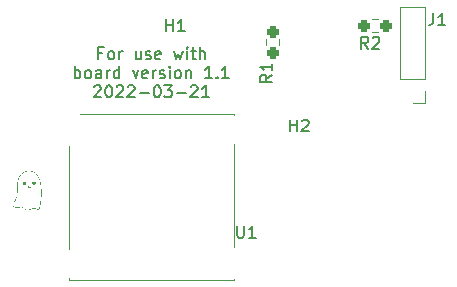
<source format=gto>
%TF.GenerationSoftware,KiCad,Pcbnew,(6.0.1)*%
%TF.CreationDate,2022-03-21T17:48:04-07:00*%
%TF.ProjectId,CStick,43537469-636b-42e6-9b69-6361645f7063,rev?*%
%TF.SameCoordinates,Original*%
%TF.FileFunction,Legend,Top*%
%TF.FilePolarity,Positive*%
%FSLAX46Y46*%
G04 Gerber Fmt 4.6, Leading zero omitted, Abs format (unit mm)*
G04 Created by KiCad (PCBNEW (6.0.1)) date 2022-03-21 17:48:04*
%MOMM*%
%LPD*%
G01*
G04 APERTURE LIST*
G04 Aperture macros list*
%AMRoundRect*
0 Rectangle with rounded corners*
0 $1 Rounding radius*
0 $2 $3 $4 $5 $6 $7 $8 $9 X,Y pos of 4 corners*
0 Add a 4 corners polygon primitive as box body*
4,1,4,$2,$3,$4,$5,$6,$7,$8,$9,$2,$3,0*
0 Add four circle primitives for the rounded corners*
1,1,$1+$1,$2,$3*
1,1,$1+$1,$4,$5*
1,1,$1+$1,$6,$7*
1,1,$1+$1,$8,$9*
0 Add four rect primitives between the rounded corners*
20,1,$1+$1,$2,$3,$4,$5,0*
20,1,$1+$1,$4,$5,$6,$7,0*
20,1,$1+$1,$6,$7,$8,$9,0*
20,1,$1+$1,$8,$9,$2,$3,0*%
%AMHorizOval*
0 Thick line with rounded ends*
0 $1 width*
0 $2 $3 position (X,Y) of the first rounded end (center of the circle)*
0 $4 $5 position (X,Y) of the second rounded end (center of the circle)*
0 Add line between two ends*
20,1,$1,$2,$3,$4,$5,0*
0 Add two circle primitives to create the rounded ends*
1,1,$1,$2,$3*
1,1,$1,$4,$5*%
G04 Aperture macros list end*
%ADD10C,0.150000*%
%ADD11C,0.120000*%
%ADD12C,0.100000*%
%ADD13RoundRect,0.237500X-0.237500X0.250000X-0.237500X-0.250000X0.237500X-0.250000X0.237500X0.250000X0*%
%ADD14C,1.800000*%
%ADD15RoundRect,0.237500X0.250000X0.237500X-0.250000X0.237500X-0.250000X-0.237500X0.250000X-0.237500X0*%
%ADD16C,5.200000*%
%ADD17R,1.350000X1.350000*%
%ADD18O,1.350000X1.350000*%
%ADD19C,1.600000*%
%ADD20O,1.600000X2.600000*%
%ADD21HorizOval,2.800000X-0.577898X0.161352X0.577898X-0.161352X0*%
%ADD22C,2.000000*%
%ADD23O,0.700000X2.000000*%
%ADD24O,0.800000X2.000000*%
%ADD25O,2.000000X0.800000*%
G04 APERTURE END LIST*
D10*
X145833333Y-87818571D02*
X145500000Y-87818571D01*
X145500000Y-88342380D02*
X145500000Y-87342380D01*
X145976190Y-87342380D01*
X146500000Y-88342380D02*
X146404761Y-88294761D01*
X146357142Y-88247142D01*
X146309523Y-88151904D01*
X146309523Y-87866190D01*
X146357142Y-87770952D01*
X146404761Y-87723333D01*
X146500000Y-87675714D01*
X146642857Y-87675714D01*
X146738095Y-87723333D01*
X146785714Y-87770952D01*
X146833333Y-87866190D01*
X146833333Y-88151904D01*
X146785714Y-88247142D01*
X146738095Y-88294761D01*
X146642857Y-88342380D01*
X146500000Y-88342380D01*
X147261904Y-88342380D02*
X147261904Y-87675714D01*
X147261904Y-87866190D02*
X147309523Y-87770952D01*
X147357142Y-87723333D01*
X147452380Y-87675714D01*
X147547619Y-87675714D01*
X149071428Y-87675714D02*
X149071428Y-88342380D01*
X148642857Y-87675714D02*
X148642857Y-88199523D01*
X148690476Y-88294761D01*
X148785714Y-88342380D01*
X148928571Y-88342380D01*
X149023809Y-88294761D01*
X149071428Y-88247142D01*
X149500000Y-88294761D02*
X149595238Y-88342380D01*
X149785714Y-88342380D01*
X149880952Y-88294761D01*
X149928571Y-88199523D01*
X149928571Y-88151904D01*
X149880952Y-88056666D01*
X149785714Y-88009047D01*
X149642857Y-88009047D01*
X149547619Y-87961428D01*
X149500000Y-87866190D01*
X149500000Y-87818571D01*
X149547619Y-87723333D01*
X149642857Y-87675714D01*
X149785714Y-87675714D01*
X149880952Y-87723333D01*
X150738095Y-88294761D02*
X150642857Y-88342380D01*
X150452380Y-88342380D01*
X150357142Y-88294761D01*
X150309523Y-88199523D01*
X150309523Y-87818571D01*
X150357142Y-87723333D01*
X150452380Y-87675714D01*
X150642857Y-87675714D01*
X150738095Y-87723333D01*
X150785714Y-87818571D01*
X150785714Y-87913809D01*
X150309523Y-88009047D01*
X151880952Y-87675714D02*
X152071428Y-88342380D01*
X152261904Y-87866190D01*
X152452380Y-88342380D01*
X152642857Y-87675714D01*
X153023809Y-88342380D02*
X153023809Y-87675714D01*
X153023809Y-87342380D02*
X152976190Y-87390000D01*
X153023809Y-87437619D01*
X153071428Y-87390000D01*
X153023809Y-87342380D01*
X153023809Y-87437619D01*
X153357142Y-87675714D02*
X153738095Y-87675714D01*
X153500000Y-87342380D02*
X153500000Y-88199523D01*
X153547619Y-88294761D01*
X153642857Y-88342380D01*
X153738095Y-88342380D01*
X154071428Y-88342380D02*
X154071428Y-87342380D01*
X154500000Y-88342380D02*
X154500000Y-87818571D01*
X154452380Y-87723333D01*
X154357142Y-87675714D01*
X154214285Y-87675714D01*
X154119047Y-87723333D01*
X154071428Y-87770952D01*
X143500000Y-89952380D02*
X143500000Y-88952380D01*
X143500000Y-89333333D02*
X143595238Y-89285714D01*
X143785714Y-89285714D01*
X143880952Y-89333333D01*
X143928571Y-89380952D01*
X143976190Y-89476190D01*
X143976190Y-89761904D01*
X143928571Y-89857142D01*
X143880952Y-89904761D01*
X143785714Y-89952380D01*
X143595238Y-89952380D01*
X143500000Y-89904761D01*
X144547619Y-89952380D02*
X144452380Y-89904761D01*
X144404761Y-89857142D01*
X144357142Y-89761904D01*
X144357142Y-89476190D01*
X144404761Y-89380952D01*
X144452380Y-89333333D01*
X144547619Y-89285714D01*
X144690476Y-89285714D01*
X144785714Y-89333333D01*
X144833333Y-89380952D01*
X144880952Y-89476190D01*
X144880952Y-89761904D01*
X144833333Y-89857142D01*
X144785714Y-89904761D01*
X144690476Y-89952380D01*
X144547619Y-89952380D01*
X145738095Y-89952380D02*
X145738095Y-89428571D01*
X145690476Y-89333333D01*
X145595238Y-89285714D01*
X145404761Y-89285714D01*
X145309523Y-89333333D01*
X145738095Y-89904761D02*
X145642857Y-89952380D01*
X145404761Y-89952380D01*
X145309523Y-89904761D01*
X145261904Y-89809523D01*
X145261904Y-89714285D01*
X145309523Y-89619047D01*
X145404761Y-89571428D01*
X145642857Y-89571428D01*
X145738095Y-89523809D01*
X146214285Y-89952380D02*
X146214285Y-89285714D01*
X146214285Y-89476190D02*
X146261904Y-89380952D01*
X146309523Y-89333333D01*
X146404761Y-89285714D01*
X146500000Y-89285714D01*
X147261904Y-89952380D02*
X147261904Y-88952380D01*
X147261904Y-89904761D02*
X147166666Y-89952380D01*
X146976190Y-89952380D01*
X146880952Y-89904761D01*
X146833333Y-89857142D01*
X146785714Y-89761904D01*
X146785714Y-89476190D01*
X146833333Y-89380952D01*
X146880952Y-89333333D01*
X146976190Y-89285714D01*
X147166666Y-89285714D01*
X147261904Y-89333333D01*
X148404761Y-89285714D02*
X148642857Y-89952380D01*
X148880952Y-89285714D01*
X149642857Y-89904761D02*
X149547619Y-89952380D01*
X149357142Y-89952380D01*
X149261904Y-89904761D01*
X149214285Y-89809523D01*
X149214285Y-89428571D01*
X149261904Y-89333333D01*
X149357142Y-89285714D01*
X149547619Y-89285714D01*
X149642857Y-89333333D01*
X149690476Y-89428571D01*
X149690476Y-89523809D01*
X149214285Y-89619047D01*
X150119047Y-89952380D02*
X150119047Y-89285714D01*
X150119047Y-89476190D02*
X150166666Y-89380952D01*
X150214285Y-89333333D01*
X150309523Y-89285714D01*
X150404761Y-89285714D01*
X150690476Y-89904761D02*
X150785714Y-89952380D01*
X150976190Y-89952380D01*
X151071428Y-89904761D01*
X151119047Y-89809523D01*
X151119047Y-89761904D01*
X151071428Y-89666666D01*
X150976190Y-89619047D01*
X150833333Y-89619047D01*
X150738095Y-89571428D01*
X150690476Y-89476190D01*
X150690476Y-89428571D01*
X150738095Y-89333333D01*
X150833333Y-89285714D01*
X150976190Y-89285714D01*
X151071428Y-89333333D01*
X151547619Y-89952380D02*
X151547619Y-89285714D01*
X151547619Y-88952380D02*
X151500000Y-89000000D01*
X151547619Y-89047619D01*
X151595238Y-89000000D01*
X151547619Y-88952380D01*
X151547619Y-89047619D01*
X152166666Y-89952380D02*
X152071428Y-89904761D01*
X152023809Y-89857142D01*
X151976190Y-89761904D01*
X151976190Y-89476190D01*
X152023809Y-89380952D01*
X152071428Y-89333333D01*
X152166666Y-89285714D01*
X152309523Y-89285714D01*
X152404761Y-89333333D01*
X152452380Y-89380952D01*
X152500000Y-89476190D01*
X152500000Y-89761904D01*
X152452380Y-89857142D01*
X152404761Y-89904761D01*
X152309523Y-89952380D01*
X152166666Y-89952380D01*
X152928571Y-89285714D02*
X152928571Y-89952380D01*
X152928571Y-89380952D02*
X152976190Y-89333333D01*
X153071428Y-89285714D01*
X153214285Y-89285714D01*
X153309523Y-89333333D01*
X153357142Y-89428571D01*
X153357142Y-89952380D01*
X155119047Y-89952380D02*
X154547619Y-89952380D01*
X154833333Y-89952380D02*
X154833333Y-88952380D01*
X154738095Y-89095238D01*
X154642857Y-89190476D01*
X154547619Y-89238095D01*
X155547619Y-89857142D02*
X155595238Y-89904761D01*
X155547619Y-89952380D01*
X155500000Y-89904761D01*
X155547619Y-89857142D01*
X155547619Y-89952380D01*
X156547619Y-89952380D02*
X155976190Y-89952380D01*
X156261904Y-89952380D02*
X156261904Y-88952380D01*
X156166666Y-89095238D01*
X156071428Y-89190476D01*
X155976190Y-89238095D01*
X145142857Y-90657619D02*
X145190476Y-90610000D01*
X145285714Y-90562380D01*
X145523809Y-90562380D01*
X145619047Y-90610000D01*
X145666666Y-90657619D01*
X145714285Y-90752857D01*
X145714285Y-90848095D01*
X145666666Y-90990952D01*
X145095238Y-91562380D01*
X145714285Y-91562380D01*
X146333333Y-90562380D02*
X146428571Y-90562380D01*
X146523809Y-90610000D01*
X146571428Y-90657619D01*
X146619047Y-90752857D01*
X146666666Y-90943333D01*
X146666666Y-91181428D01*
X146619047Y-91371904D01*
X146571428Y-91467142D01*
X146523809Y-91514761D01*
X146428571Y-91562380D01*
X146333333Y-91562380D01*
X146238095Y-91514761D01*
X146190476Y-91467142D01*
X146142857Y-91371904D01*
X146095238Y-91181428D01*
X146095238Y-90943333D01*
X146142857Y-90752857D01*
X146190476Y-90657619D01*
X146238095Y-90610000D01*
X146333333Y-90562380D01*
X147047619Y-90657619D02*
X147095238Y-90610000D01*
X147190476Y-90562380D01*
X147428571Y-90562380D01*
X147523809Y-90610000D01*
X147571428Y-90657619D01*
X147619047Y-90752857D01*
X147619047Y-90848095D01*
X147571428Y-90990952D01*
X147000000Y-91562380D01*
X147619047Y-91562380D01*
X148000000Y-90657619D02*
X148047619Y-90610000D01*
X148142857Y-90562380D01*
X148380952Y-90562380D01*
X148476190Y-90610000D01*
X148523809Y-90657619D01*
X148571428Y-90752857D01*
X148571428Y-90848095D01*
X148523809Y-90990952D01*
X147952380Y-91562380D01*
X148571428Y-91562380D01*
X149000000Y-91181428D02*
X149761904Y-91181428D01*
X150428571Y-90562380D02*
X150523809Y-90562380D01*
X150619047Y-90610000D01*
X150666666Y-90657619D01*
X150714285Y-90752857D01*
X150761904Y-90943333D01*
X150761904Y-91181428D01*
X150714285Y-91371904D01*
X150666666Y-91467142D01*
X150619047Y-91514761D01*
X150523809Y-91562380D01*
X150428571Y-91562380D01*
X150333333Y-91514761D01*
X150285714Y-91467142D01*
X150238095Y-91371904D01*
X150190476Y-91181428D01*
X150190476Y-90943333D01*
X150238095Y-90752857D01*
X150285714Y-90657619D01*
X150333333Y-90610000D01*
X150428571Y-90562380D01*
X151095238Y-90562380D02*
X151714285Y-90562380D01*
X151380952Y-90943333D01*
X151523809Y-90943333D01*
X151619047Y-90990952D01*
X151666666Y-91038571D01*
X151714285Y-91133809D01*
X151714285Y-91371904D01*
X151666666Y-91467142D01*
X151619047Y-91514761D01*
X151523809Y-91562380D01*
X151238095Y-91562380D01*
X151142857Y-91514761D01*
X151095238Y-91467142D01*
X152142857Y-91181428D02*
X152904761Y-91181428D01*
X153333333Y-90657619D02*
X153380952Y-90610000D01*
X153476190Y-90562380D01*
X153714285Y-90562380D01*
X153809523Y-90610000D01*
X153857142Y-90657619D01*
X153904761Y-90752857D01*
X153904761Y-90848095D01*
X153857142Y-90990952D01*
X153285714Y-91562380D01*
X153904761Y-91562380D01*
X154857142Y-91562380D02*
X154285714Y-91562380D01*
X154571428Y-91562380D02*
X154571428Y-90562380D01*
X154476190Y-90705238D01*
X154380952Y-90800476D01*
X154285714Y-90848095D01*
X160202380Y-89666666D02*
X159726190Y-90000000D01*
X160202380Y-90238095D02*
X159202380Y-90238095D01*
X159202380Y-89857142D01*
X159250000Y-89761904D01*
X159297619Y-89714285D01*
X159392857Y-89666666D01*
X159535714Y-89666666D01*
X159630952Y-89714285D01*
X159678571Y-89761904D01*
X159726190Y-89857142D01*
X159726190Y-90238095D01*
X160202380Y-88714285D02*
X160202380Y-89285714D01*
X160202380Y-89000000D02*
X159202380Y-89000000D01*
X159345238Y-89095238D01*
X159440476Y-89190476D01*
X159488095Y-89285714D01*
X151238095Y-85952380D02*
X151238095Y-84952380D01*
X151238095Y-85428571D02*
X151809523Y-85428571D01*
X151809523Y-85952380D02*
X151809523Y-84952380D01*
X152809523Y-85952380D02*
X152238095Y-85952380D01*
X152523809Y-85952380D02*
X152523809Y-84952380D01*
X152428571Y-85095238D01*
X152333333Y-85190476D01*
X152238095Y-85238095D01*
X168333333Y-87452380D02*
X168000000Y-86976190D01*
X167761904Y-87452380D02*
X167761904Y-86452380D01*
X168142857Y-86452380D01*
X168238095Y-86500000D01*
X168285714Y-86547619D01*
X168333333Y-86642857D01*
X168333333Y-86785714D01*
X168285714Y-86880952D01*
X168238095Y-86928571D01*
X168142857Y-86976190D01*
X167761904Y-86976190D01*
X168714285Y-86547619D02*
X168761904Y-86500000D01*
X168857142Y-86452380D01*
X169095238Y-86452380D01*
X169190476Y-86500000D01*
X169238095Y-86547619D01*
X169285714Y-86642857D01*
X169285714Y-86738095D01*
X169238095Y-86880952D01*
X168666666Y-87452380D01*
X169285714Y-87452380D01*
X161738095Y-94452380D02*
X161738095Y-93452380D01*
X161738095Y-93928571D02*
X162309523Y-93928571D01*
X162309523Y-94452380D02*
X162309523Y-93452380D01*
X162738095Y-93547619D02*
X162785714Y-93500000D01*
X162880952Y-93452380D01*
X163119047Y-93452380D01*
X163214285Y-93500000D01*
X163261904Y-93547619D01*
X163309523Y-93642857D01*
X163309523Y-93738095D01*
X163261904Y-93880952D01*
X162690476Y-94452380D01*
X163309523Y-94452380D01*
X173866666Y-84452380D02*
X173866666Y-85166666D01*
X173819047Y-85309523D01*
X173723809Y-85404761D01*
X173580952Y-85452380D01*
X173485714Y-85452380D01*
X174866666Y-85452380D02*
X174295238Y-85452380D01*
X174580952Y-85452380D02*
X174580952Y-84452380D01*
X174485714Y-84595238D01*
X174390476Y-84690476D01*
X174295238Y-84738095D01*
X157238095Y-102452380D02*
X157238095Y-103261904D01*
X157285714Y-103357142D01*
X157333333Y-103404761D01*
X157428571Y-103452380D01*
X157619047Y-103452380D01*
X157714285Y-103404761D01*
X157761904Y-103357142D01*
X157809523Y-103261904D01*
X157809523Y-102452380D01*
X158809523Y-103452380D02*
X158238095Y-103452380D01*
X158523809Y-103452380D02*
X158523809Y-102452380D01*
X158428571Y-102595238D01*
X158333333Y-102690476D01*
X158238095Y-102738095D01*
G36*
X139812648Y-99060398D02*
G01*
X139818436Y-99062832D01*
X139822616Y-99065728D01*
X139824368Y-99067657D01*
X139826317Y-99070474D01*
X139827899Y-99073300D01*
X139829247Y-99076236D01*
X139830026Y-99078670D01*
X139830377Y-99081281D01*
X139830442Y-99084750D01*
X139830434Y-99085459D01*
X139830056Y-99092465D01*
X139829121Y-99100641D01*
X139827698Y-99109623D01*
X139825857Y-99119049D01*
X139823669Y-99128555D01*
X139821202Y-99137779D01*
X139819038Y-99144824D01*
X139813422Y-99159672D01*
X139806674Y-99173523D01*
X139798853Y-99186304D01*
X139790018Y-99197944D01*
X139780228Y-99208371D01*
X139769544Y-99217512D01*
X139758025Y-99225295D01*
X139748310Y-99230467D01*
X139734680Y-99236010D01*
X139720274Y-99240126D01*
X139705176Y-99242801D01*
X139689473Y-99244022D01*
X139673250Y-99243776D01*
X139666806Y-99243280D01*
X139651862Y-99241100D01*
X139637144Y-99237439D01*
X139622827Y-99232385D01*
X139609086Y-99226026D01*
X139596097Y-99218449D01*
X139584034Y-99209742D01*
X139573073Y-99199993D01*
X139566602Y-99193116D01*
X139556822Y-99180708D01*
X139548512Y-99167569D01*
X139541698Y-99153771D01*
X139536407Y-99139386D01*
X139532664Y-99124486D01*
X139530497Y-99109142D01*
X139529932Y-99093428D01*
X139529949Y-99092469D01*
X139530073Y-99087404D01*
X139530223Y-99083676D01*
X139530446Y-99080962D01*
X139530787Y-99078942D01*
X139531291Y-99077297D01*
X139532005Y-99075706D01*
X139532470Y-99074801D01*
X139535971Y-99069725D01*
X139540363Y-99065837D01*
X139545407Y-99063136D01*
X139550864Y-99061619D01*
X139556497Y-99061286D01*
X139562067Y-99062135D01*
X139567333Y-99064165D01*
X139572059Y-99067375D01*
X139576006Y-99071764D01*
X139577941Y-99075044D01*
X139578933Y-99077116D01*
X139579661Y-99078904D01*
X139580177Y-99080735D01*
X139580537Y-99082933D01*
X139580794Y-99085824D01*
X139581001Y-99089734D01*
X139581203Y-99094707D01*
X139581798Y-99104268D01*
X139582851Y-99112620D01*
X139584459Y-99120173D01*
X139586721Y-99127334D01*
X139589735Y-99134513D01*
X139591702Y-99138526D01*
X139598039Y-99149142D01*
X139605620Y-99158763D01*
X139614318Y-99167323D01*
X139624006Y-99174756D01*
X139634558Y-99180996D01*
X139645848Y-99185979D01*
X139657749Y-99189638D01*
X139670134Y-99191908D01*
X139682877Y-99192723D01*
X139694952Y-99192116D01*
X139706100Y-99190466D01*
X139716016Y-99187950D01*
X139724941Y-99184459D01*
X139733113Y-99179887D01*
X139740773Y-99174125D01*
X139746134Y-99169152D01*
X139753231Y-99161094D01*
X139759476Y-99151961D01*
X139764897Y-99141678D01*
X139769526Y-99130173D01*
X139773390Y-99117373D01*
X139776521Y-99103204D01*
X139778833Y-99088475D01*
X139779921Y-99081490D01*
X139781257Y-99075912D01*
X139782984Y-99071495D01*
X139785246Y-99067992D01*
X139788187Y-99065158D01*
X139791951Y-99062746D01*
X139794666Y-99061399D01*
X139800425Y-99059629D01*
X139806531Y-99059313D01*
X139812648Y-99060398D01*
G37*
G36*
X138167311Y-100629166D02*
G01*
X138167888Y-100625684D01*
X138168515Y-100623397D01*
X138168943Y-100622144D01*
X138169539Y-100620873D01*
X138170421Y-100619444D01*
X138171710Y-100617717D01*
X138173524Y-100615552D01*
X138175982Y-100612809D01*
X138179203Y-100609347D01*
X138183306Y-100605026D01*
X138188409Y-100599706D01*
X138190252Y-100597792D01*
X138211332Y-100575779D01*
X138231567Y-100554386D01*
X138250922Y-100533653D01*
X138269364Y-100513620D01*
X138286856Y-100494325D01*
X138303365Y-100475809D01*
X138318855Y-100458110D01*
X138333292Y-100441269D01*
X138346642Y-100425326D01*
X138358869Y-100410319D01*
X138369939Y-100396288D01*
X138379816Y-100383273D01*
X138386143Y-100374592D01*
X138406599Y-100344903D01*
X138426044Y-100314476D01*
X138444489Y-100283270D01*
X138461949Y-100251245D01*
X138478434Y-100218362D01*
X138493958Y-100184580D01*
X138508533Y-100149860D01*
X138522172Y-100114160D01*
X138534887Y-100077443D01*
X138546691Y-100039666D01*
X138557596Y-100000790D01*
X138567615Y-99960776D01*
X138576761Y-99919583D01*
X138585046Y-99877170D01*
X138592483Y-99833499D01*
X138599083Y-99788529D01*
X138604860Y-99742219D01*
X138609827Y-99694531D01*
X138613785Y-99648180D01*
X138614925Y-99632957D01*
X138615994Y-99617874D01*
X138616995Y-99602844D01*
X138617932Y-99587776D01*
X138618806Y-99572582D01*
X138619621Y-99557173D01*
X138620379Y-99541461D01*
X138621084Y-99525355D01*
X138621737Y-99508767D01*
X138622342Y-99491609D01*
X138622902Y-99473791D01*
X138623418Y-99455224D01*
X138623895Y-99435819D01*
X138624334Y-99415488D01*
X138624739Y-99394141D01*
X138625112Y-99371690D01*
X138625456Y-99348045D01*
X138625774Y-99323118D01*
X138626069Y-99296819D01*
X138626342Y-99269060D01*
X138626598Y-99239752D01*
X138626646Y-99233856D01*
X138626867Y-99207391D01*
X138627093Y-99182486D01*
X138627327Y-99159048D01*
X138627571Y-99136980D01*
X138627826Y-99116189D01*
X138628095Y-99096579D01*
X138628379Y-99078055D01*
X138628682Y-99060523D01*
X138629005Y-99043889D01*
X138629350Y-99028056D01*
X138629720Y-99012930D01*
X138630116Y-98998416D01*
X138630540Y-98984420D01*
X138630996Y-98970846D01*
X138631484Y-98957600D01*
X138632008Y-98944587D01*
X138632568Y-98931712D01*
X138633168Y-98918881D01*
X138633809Y-98905997D01*
X138634129Y-98899831D01*
X138635538Y-98874639D01*
X138637049Y-98850920D01*
X138638681Y-98828491D01*
X138640454Y-98807172D01*
X138642385Y-98786782D01*
X138644494Y-98767139D01*
X138646801Y-98748062D01*
X138649323Y-98729369D01*
X138652080Y-98710880D01*
X138655091Y-98692413D01*
X138656951Y-98681700D01*
X138665531Y-98637412D01*
X138675436Y-98593793D01*
X138686648Y-98550888D01*
X138699147Y-98508740D01*
X138712913Y-98467393D01*
X138727927Y-98426891D01*
X138744168Y-98387277D01*
X138761618Y-98348595D01*
X138780257Y-98310889D01*
X138800064Y-98274202D01*
X138821021Y-98238579D01*
X138843108Y-98204062D01*
X138866305Y-98170696D01*
X138890592Y-98138524D01*
X138913471Y-98110505D01*
X138921950Y-98100703D01*
X138931283Y-98090274D01*
X138941245Y-98079451D01*
X138951610Y-98068467D01*
X138962153Y-98057554D01*
X138972648Y-98046945D01*
X138982869Y-98036873D01*
X138992591Y-98027569D01*
X139001589Y-98019268D01*
X139004136Y-98016987D01*
X139034147Y-97991384D01*
X139064837Y-97967288D01*
X139096228Y-97944687D01*
X139128342Y-97923570D01*
X139161202Y-97903923D01*
X139194831Y-97885735D01*
X139229250Y-97868993D01*
X139264482Y-97853685D01*
X139300550Y-97839798D01*
X139337476Y-97827321D01*
X139363824Y-97819425D01*
X139401951Y-97809407D01*
X139440425Y-97800927D01*
X139479177Y-97793980D01*
X139518138Y-97788562D01*
X139557242Y-97784670D01*
X139596419Y-97782299D01*
X139635602Y-97781444D01*
X139674722Y-97782103D01*
X139713711Y-97784271D01*
X139752502Y-97787943D01*
X139791025Y-97793116D01*
X139829213Y-97799786D01*
X139866998Y-97807948D01*
X139904312Y-97817599D01*
X139941086Y-97828734D01*
X139977252Y-97841349D01*
X140012742Y-97855440D01*
X140020699Y-97858845D01*
X140050845Y-97872771D01*
X140080169Y-97888047D01*
X140108685Y-97904688D01*
X140136409Y-97922708D01*
X140163359Y-97942121D01*
X140189549Y-97962943D01*
X140214995Y-97985187D01*
X140239714Y-98008867D01*
X140263722Y-98033999D01*
X140287033Y-98060597D01*
X140309664Y-98088675D01*
X140331632Y-98118248D01*
X140352951Y-98149330D01*
X140370186Y-98176316D01*
X140385328Y-98201496D01*
X140400202Y-98227654D01*
X140414841Y-98254857D01*
X140429274Y-98283172D01*
X140443531Y-98312667D01*
X140457645Y-98343408D01*
X140471646Y-98375463D01*
X140485564Y-98408899D01*
X140499430Y-98443784D01*
X140513276Y-98480184D01*
X140527131Y-98518167D01*
X140528179Y-98521103D01*
X140537234Y-98546711D01*
X140545656Y-98570973D01*
X140553497Y-98594051D01*
X140560811Y-98616107D01*
X140567646Y-98637301D01*
X140574057Y-98657798D01*
X140580093Y-98677757D01*
X140585807Y-98697342D01*
X140591251Y-98716713D01*
X140595232Y-98731370D01*
X140607594Y-98779783D01*
X140619137Y-98829605D01*
X140629861Y-98880801D01*
X140639761Y-98933337D01*
X140648834Y-98987181D01*
X140657078Y-99042299D01*
X140664490Y-99098656D01*
X140671066Y-99156220D01*
X140676804Y-99214958D01*
X140681701Y-99274835D01*
X140685755Y-99335817D01*
X140688961Y-99397873D01*
X140691317Y-99460967D01*
X140692820Y-99525067D01*
X140693468Y-99590138D01*
X140693257Y-99656148D01*
X140692184Y-99723063D01*
X140690247Y-99790849D01*
X140689564Y-99809605D01*
X140687243Y-99863361D01*
X140684354Y-99918050D01*
X140680921Y-99973387D01*
X140676966Y-100029086D01*
X140672514Y-100084862D01*
X140667589Y-100140431D01*
X140662215Y-100195508D01*
X140656415Y-100249807D01*
X140650214Y-100303044D01*
X140643991Y-100352241D01*
X140642970Y-100360230D01*
X140641864Y-100369276D01*
X140640742Y-100378800D01*
X140639670Y-100388218D01*
X140638718Y-100396951D01*
X140638202Y-100401910D01*
X140633380Y-100445112D01*
X140627599Y-100489319D01*
X140620910Y-100534227D01*
X140613370Y-100579534D01*
X140605031Y-100624935D01*
X140595948Y-100670126D01*
X140586174Y-100714805D01*
X140575764Y-100758668D01*
X140572443Y-100771946D01*
X140559828Y-100819821D01*
X140546599Y-100866222D01*
X140532732Y-100911220D01*
X140518201Y-100954888D01*
X140502982Y-100997300D01*
X140487049Y-101038526D01*
X140470378Y-101078639D01*
X140457415Y-101107952D01*
X140454078Y-101115253D01*
X140451292Y-101121194D01*
X140448950Y-101125939D01*
X140446950Y-101129648D01*
X140445186Y-101132484D01*
X140443553Y-101134609D01*
X140441947Y-101136183D01*
X140440264Y-101137370D01*
X140438397Y-101138331D01*
X140437506Y-101138717D01*
X140433695Y-101139798D01*
X140429312Y-101140294D01*
X140425287Y-101140112D01*
X140424675Y-101140000D01*
X140423016Y-101139594D01*
X140421442Y-101139030D01*
X140419739Y-101138166D01*
X140417691Y-101136861D01*
X140415083Y-101134974D01*
X140411699Y-101132365D01*
X140407325Y-101128892D01*
X140405590Y-101127502D01*
X140385851Y-101112396D01*
X140364763Y-101097617D01*
X140342625Y-101083345D01*
X140319738Y-101069761D01*
X140296401Y-101057045D01*
X140272916Y-101045378D01*
X140257456Y-101038329D01*
X140229487Y-101026808D01*
X140201687Y-101016880D01*
X140174073Y-101008547D01*
X140146665Y-101001812D01*
X140119481Y-100996677D01*
X140092539Y-100993146D01*
X140065859Y-100991220D01*
X140039460Y-100990902D01*
X140013358Y-100992195D01*
X139987575Y-100995101D01*
X139966063Y-100998813D01*
X139954933Y-101001169D01*
X139944336Y-101003687D01*
X139934039Y-101006448D01*
X139923808Y-101009532D01*
X139913409Y-101013017D01*
X139902609Y-101016986D01*
X139891174Y-101021516D01*
X139878871Y-101026688D01*
X139865465Y-101032583D01*
X139859688Y-101035185D01*
X139834483Y-101046444D01*
X139810528Y-101056805D01*
X139787705Y-101066309D01*
X139765901Y-101074994D01*
X139744998Y-101082901D01*
X139724881Y-101090069D01*
X139705435Y-101096538D01*
X139686544Y-101102347D01*
X139668091Y-101107536D01*
X139649961Y-101112145D01*
X139632039Y-101116214D01*
X139614209Y-101119781D01*
X139610928Y-101120386D01*
X139586747Y-101124207D01*
X139562306Y-101126938D01*
X139537875Y-101128571D01*
X139513725Y-101129096D01*
X139490126Y-101128503D01*
X139467349Y-101126783D01*
X139458609Y-101125787D01*
X139433394Y-101121919D01*
X139409025Y-101116725D01*
X139385352Y-101110152D01*
X139362222Y-101102149D01*
X139339485Y-101092660D01*
X139316990Y-101081633D01*
X139294583Y-101069014D01*
X139290976Y-101066831D01*
X139284026Y-101062517D01*
X139277081Y-101058056D01*
X139270000Y-101053349D01*
X139262644Y-101048294D01*
X139254875Y-101042794D01*
X139246553Y-101036746D01*
X139237540Y-101030052D01*
X139227696Y-101022611D01*
X139216882Y-101014324D01*
X139204959Y-101005090D01*
X139202965Y-101003538D01*
X139189229Y-100992890D01*
X139176624Y-100983229D01*
X139165027Y-100974469D01*
X139154308Y-100966522D01*
X139144343Y-100959300D01*
X139135004Y-100952716D01*
X139126165Y-100946683D01*
X139117700Y-100941114D01*
X139109481Y-100935921D01*
X139101383Y-100931016D01*
X139093279Y-100926314D01*
X139085042Y-100921725D01*
X139082247Y-100920207D01*
X139061970Y-100910008D01*
X139041900Y-100901433D01*
X139021985Y-100894470D01*
X139002175Y-100889107D01*
X138982418Y-100885331D01*
X138962663Y-100883132D01*
X138942860Y-100882496D01*
X138924165Y-100883313D01*
X138915932Y-100884066D01*
X138907637Y-100885029D01*
X138899132Y-100886232D01*
X138890266Y-100887707D01*
X138880893Y-100889485D01*
X138870863Y-100891599D01*
X138860027Y-100894079D01*
X138848238Y-100896957D01*
X138835346Y-100900265D01*
X138821203Y-100904034D01*
X138805660Y-100908296D01*
X138803390Y-100908926D01*
X138785270Y-100913888D01*
X138768535Y-100918296D01*
X138753019Y-100922181D01*
X138738555Y-100925571D01*
X138724978Y-100928495D01*
X138712122Y-100930981D01*
X138699821Y-100933060D01*
X138687910Y-100934760D01*
X138676223Y-100936109D01*
X138664593Y-100937138D01*
X138652856Y-100937874D01*
X138640845Y-100938346D01*
X138633975Y-100938506D01*
X138605494Y-100938338D01*
X138577913Y-100936788D01*
X138551210Y-100933849D01*
X138525365Y-100929517D01*
X138500356Y-100923784D01*
X138476164Y-100916645D01*
X138452767Y-100908095D01*
X138430145Y-100898128D01*
X138408276Y-100886736D01*
X138387140Y-100873916D01*
X138374266Y-100865155D01*
X138362462Y-100856474D01*
X138350679Y-100847191D01*
X138338850Y-100837238D01*
X138326913Y-100826544D01*
X138314802Y-100815043D01*
X138302452Y-100802664D01*
X138289799Y-100789340D01*
X138276779Y-100775002D01*
X138263327Y-100759580D01*
X138249379Y-100743007D01*
X138234868Y-100725213D01*
X138219733Y-100706129D01*
X138203906Y-100685688D01*
X138196459Y-100675919D01*
X138190571Y-100668153D01*
X138185604Y-100661584D01*
X138181476Y-100656093D01*
X138178102Y-100651560D01*
X138175398Y-100647868D01*
X138173282Y-100644897D01*
X138171669Y-100642529D01*
X138170476Y-100640644D01*
X138169619Y-100639125D01*
X138169015Y-100637851D01*
X138168579Y-100636705D01*
X138168361Y-100636017D01*
X138167571Y-100632767D01*
X138215909Y-100632767D01*
X138216617Y-100633706D01*
X138218144Y-100635740D01*
X138220316Y-100638638D01*
X138222961Y-100642170D01*
X138225604Y-100645703D01*
X138243448Y-100669226D01*
X138260679Y-100691253D01*
X138277324Y-100711814D01*
X138293411Y-100730940D01*
X138308969Y-100748661D01*
X138324025Y-100765008D01*
X138338607Y-100780011D01*
X138352743Y-100793700D01*
X138366461Y-100806107D01*
X138379788Y-100817261D01*
X138390178Y-100825295D01*
X138408012Y-100837877D01*
X138425898Y-100849080D01*
X138444004Y-100858968D01*
X138462494Y-100867605D01*
X138481536Y-100875055D01*
X138501295Y-100881380D01*
X138521938Y-100886645D01*
X138543630Y-100890914D01*
X138566538Y-100894249D01*
X138571600Y-100894847D01*
X138592062Y-100896761D01*
X138612063Y-100897782D01*
X138631834Y-100897891D01*
X138651608Y-100897070D01*
X138671613Y-100895302D01*
X138692082Y-100892566D01*
X138713244Y-100888847D01*
X138735331Y-100884124D01*
X138749168Y-100880790D01*
X138752685Y-100879890D01*
X138757565Y-100878613D01*
X138763571Y-100877023D01*
X138770470Y-100875181D01*
X138778026Y-100873151D01*
X138786005Y-100870995D01*
X138794173Y-100868776D01*
X138799665Y-100867277D01*
X138813183Y-100863606D01*
X138825298Y-100860375D01*
X138836190Y-100857543D01*
X138846039Y-100855071D01*
X138855026Y-100852918D01*
X138863331Y-100851042D01*
X138871134Y-100849404D01*
X138878617Y-100847963D01*
X138885959Y-100846679D01*
X138893341Y-100845510D01*
X138900944Y-100844416D01*
X138901900Y-100844285D01*
X138908049Y-100843602D01*
X138915475Y-100843027D01*
X138923810Y-100842567D01*
X138932687Y-100842232D01*
X138941736Y-100842029D01*
X138950591Y-100841968D01*
X138958882Y-100842056D01*
X138966243Y-100842302D01*
X138971998Y-100842686D01*
X138990923Y-100845010D01*
X139009760Y-100848560D01*
X139028604Y-100853373D01*
X139047550Y-100859485D01*
X139066694Y-100866933D01*
X139086130Y-100875754D01*
X139105954Y-100885985D01*
X139126261Y-100897662D01*
X139145194Y-100909546D01*
X139151355Y-100913600D01*
X139157394Y-100917664D01*
X139163462Y-100921848D01*
X139169707Y-100926263D01*
X139176279Y-100931017D01*
X139183328Y-100936221D01*
X139191004Y-100941984D01*
X139199454Y-100948416D01*
X139208830Y-100955626D01*
X139219281Y-100963725D01*
X139223922Y-100967336D01*
X139236249Y-100976903D01*
X139247432Y-100985503D01*
X139257603Y-100993231D01*
X139266891Y-101000180D01*
X139275425Y-101006442D01*
X139283337Y-101012111D01*
X139290756Y-101017279D01*
X139297812Y-101022040D01*
X139304635Y-101026487D01*
X139311355Y-101030712D01*
X139318102Y-101034810D01*
X139318708Y-101035171D01*
X139340306Y-101047138D01*
X139362315Y-101057545D01*
X139384800Y-101066411D01*
X139407822Y-101073754D01*
X139431446Y-101079593D01*
X139455734Y-101083948D01*
X139480750Y-101086837D01*
X139493424Y-101087731D01*
X139501850Y-101088050D01*
X139511471Y-101088154D01*
X139521842Y-101088050D01*
X139532516Y-101087747D01*
X139543050Y-101087256D01*
X139552996Y-101086586D01*
X139554636Y-101086452D01*
X139572085Y-101084685D01*
X139589707Y-101082301D01*
X139607591Y-101079274D01*
X139625827Y-101075574D01*
X139644506Y-101071174D01*
X139663716Y-101066046D01*
X139683549Y-101060163D01*
X139704092Y-101053496D01*
X139725438Y-101046017D01*
X139747674Y-101037699D01*
X139770891Y-101028514D01*
X139795179Y-101018433D01*
X139820628Y-101007430D01*
X139846157Y-100996008D01*
X139856782Y-100991225D01*
X139866201Y-100987086D01*
X139874684Y-100983486D01*
X139882504Y-100980323D01*
X139889930Y-100977491D01*
X139897233Y-100974886D01*
X139904685Y-100972404D01*
X139912555Y-100969940D01*
X139918463Y-100968170D01*
X139944768Y-100961263D01*
X139971414Y-100955975D01*
X139998393Y-100952305D01*
X140025695Y-100950253D01*
X140053313Y-100949819D01*
X140081238Y-100951003D01*
X140109462Y-100953804D01*
X140137976Y-100958223D01*
X140166772Y-100964259D01*
X140195842Y-100971913D01*
X140197283Y-100972333D01*
X140224002Y-100980865D01*
X140250986Y-100990889D01*
X140278038Y-101002308D01*
X140304964Y-101015022D01*
X140331566Y-101028934D01*
X140357649Y-101043947D01*
X140383016Y-101059961D01*
X140407470Y-101076879D01*
X140409450Y-101078318D01*
X140413304Y-101081109D01*
X140416672Y-101083501D01*
X140419336Y-101085345D01*
X140421084Y-101086494D01*
X140421696Y-101086807D01*
X140422080Y-101085997D01*
X140423027Y-101083895D01*
X140424437Y-101080728D01*
X140426211Y-101076719D01*
X140428247Y-101072096D01*
X140429003Y-101070375D01*
X140445697Y-101030860D01*
X140461751Y-100989870D01*
X140477144Y-100947466D01*
X140491858Y-100903706D01*
X140505876Y-100858650D01*
X140519179Y-100812357D01*
X140531748Y-100764887D01*
X140543566Y-100716299D01*
X140554614Y-100666652D01*
X140557016Y-100655223D01*
X140562752Y-100626785D01*
X140568264Y-100597758D01*
X140573511Y-100568407D01*
X140578450Y-100539000D01*
X140583040Y-100509802D01*
X140587240Y-100481079D01*
X140591007Y-100453096D01*
X140594300Y-100426120D01*
X140597077Y-100400417D01*
X140597258Y-100398599D01*
X140597888Y-100392522D01*
X140598694Y-100385180D01*
X140599631Y-100376952D01*
X140600657Y-100368213D01*
X140601726Y-100359340D01*
X140602795Y-100350710D01*
X140603496Y-100345205D01*
X140612981Y-100267649D01*
X140621458Y-100190191D01*
X140628921Y-100112932D01*
X140635365Y-100035970D01*
X140640787Y-99959407D01*
X140645181Y-99883342D01*
X140648542Y-99807876D01*
X140650867Y-99733107D01*
X140652150Y-99659137D01*
X140652386Y-99586065D01*
X140651572Y-99513992D01*
X140649702Y-99443016D01*
X140647744Y-99393626D01*
X140644567Y-99333287D01*
X140640551Y-99273908D01*
X140635700Y-99215533D01*
X140630022Y-99158204D01*
X140623523Y-99101966D01*
X140616209Y-99046861D01*
X140608087Y-98992933D01*
X140599164Y-98940225D01*
X140589445Y-98888780D01*
X140578937Y-98838643D01*
X140567646Y-98789856D01*
X140555579Y-98742463D01*
X140546453Y-98709364D01*
X140541235Y-98691479D01*
X140535402Y-98672280D01*
X140529023Y-98651963D01*
X140522163Y-98630722D01*
X140514889Y-98608754D01*
X140507267Y-98586254D01*
X140499364Y-98563417D01*
X140491246Y-98540438D01*
X140482980Y-98517514D01*
X140474632Y-98494840D01*
X140466269Y-98472611D01*
X140463052Y-98464192D01*
X140447279Y-98424241D01*
X140431247Y-98385895D01*
X140414933Y-98349118D01*
X140398315Y-98313875D01*
X140381368Y-98280132D01*
X140364070Y-98247855D01*
X140346399Y-98217007D01*
X140328331Y-98187555D01*
X140309843Y-98159464D01*
X140290913Y-98132699D01*
X140271517Y-98107226D01*
X140251633Y-98083009D01*
X140231238Y-98060014D01*
X140210308Y-98038207D01*
X140188821Y-98017552D01*
X140166754Y-97998014D01*
X140144084Y-97979560D01*
X140141975Y-97977921D01*
X140116907Y-97959542D01*
X140090588Y-97942232D01*
X140063041Y-97926002D01*
X140034286Y-97910861D01*
X140004345Y-97896820D01*
X139973241Y-97883889D01*
X139940994Y-97872079D01*
X139907627Y-97861398D01*
X139873161Y-97851858D01*
X139871278Y-97851378D01*
X139835262Y-97842959D01*
X139799344Y-97836035D01*
X139763298Y-97830575D01*
X139726899Y-97826549D01*
X139689924Y-97823925D01*
X139663709Y-97822910D01*
X139623445Y-97822677D01*
X139583470Y-97824074D01*
X139543781Y-97827102D01*
X139504379Y-97831760D01*
X139465262Y-97838049D01*
X139426428Y-97845968D01*
X139387877Y-97855519D01*
X139384800Y-97856355D01*
X139348114Y-97867220D01*
X139312130Y-97879556D01*
X139276884Y-97893343D01*
X139242409Y-97908564D01*
X139208742Y-97925200D01*
X139175918Y-97943232D01*
X139143973Y-97962644D01*
X139112941Y-97983415D01*
X139082859Y-98005528D01*
X139056665Y-98026529D01*
X139037456Y-98043110D01*
X139018022Y-98060927D01*
X138998688Y-98079656D01*
X138979777Y-98098970D01*
X138961613Y-98118546D01*
X138944522Y-98138056D01*
X138939126Y-98144480D01*
X138914574Y-98175312D01*
X138891103Y-98207367D01*
X138868734Y-98240598D01*
X138847485Y-98274957D01*
X138827376Y-98310398D01*
X138808426Y-98346873D01*
X138790654Y-98384337D01*
X138774081Y-98422740D01*
X138758724Y-98462037D01*
X138744605Y-98502181D01*
X138731741Y-98543124D01*
X138720153Y-98584819D01*
X138709860Y-98627220D01*
X138700881Y-98670278D01*
X138693235Y-98713948D01*
X138687140Y-98756618D01*
X138685480Y-98770178D01*
X138683910Y-98784064D01*
X138682429Y-98798339D01*
X138681034Y-98813065D01*
X138679722Y-98828305D01*
X138678491Y-98844122D01*
X138677338Y-98860576D01*
X138676260Y-98877732D01*
X138675256Y-98895652D01*
X138674323Y-98914397D01*
X138673457Y-98934031D01*
X138672657Y-98954615D01*
X138671920Y-98976213D01*
X138671244Y-98998886D01*
X138670625Y-99022697D01*
X138670062Y-99047708D01*
X138669551Y-99073983D01*
X138669091Y-99101583D01*
X138668679Y-99130570D01*
X138668311Y-99161008D01*
X138667987Y-99192958D01*
X138667702Y-99226483D01*
X138667628Y-99236340D01*
X138667343Y-99271222D01*
X138667008Y-99304528D01*
X138666619Y-99336335D01*
X138666173Y-99366720D01*
X138665665Y-99395762D01*
X138665093Y-99423539D01*
X138664453Y-99450129D01*
X138663741Y-99475609D01*
X138662954Y-99500058D01*
X138662088Y-99523554D01*
X138661140Y-99546174D01*
X138660105Y-99567997D01*
X138658981Y-99589100D01*
X138657763Y-99609562D01*
X138656449Y-99629460D01*
X138655034Y-99648872D01*
X138653516Y-99667876D01*
X138651889Y-99686551D01*
X138650152Y-99704974D01*
X138648300Y-99723223D01*
X138646329Y-99741376D01*
X138644237Y-99759511D01*
X138643140Y-99768628D01*
X138636614Y-99817407D01*
X138629087Y-99864887D01*
X138620550Y-99911092D01*
X138610993Y-99956049D01*
X138600408Y-99999783D01*
X138588785Y-100042319D01*
X138576116Y-100083683D01*
X138562391Y-100123901D01*
X138547601Y-100162998D01*
X138531738Y-100201000D01*
X138514792Y-100237933D01*
X138496754Y-100273821D01*
X138477615Y-100308691D01*
X138457366Y-100342568D01*
X138435998Y-100375477D01*
X138420409Y-100397897D01*
X138411123Y-100410559D01*
X138400641Y-100424248D01*
X138389013Y-100438905D01*
X138376291Y-100454469D01*
X138362529Y-100470883D01*
X138347778Y-100488085D01*
X138332089Y-100506016D01*
X138315515Y-100524618D01*
X138298107Y-100543829D01*
X138279919Y-100563590D01*
X138261000Y-100583843D01*
X138241404Y-100604527D01*
X138229192Y-100617277D01*
X138224215Y-100622520D01*
X138220383Y-100626710D01*
X138217710Y-100629829D01*
X138216215Y-100631856D01*
X138215909Y-100632767D01*
X138167571Y-100632767D01*
X138167471Y-100632355D01*
X138167311Y-100629166D01*
G37*
G36*
X139271448Y-98702574D02*
G01*
X139286946Y-98704337D01*
X139302250Y-98707688D01*
X139309602Y-98709902D01*
X139316192Y-98712349D01*
X139323535Y-98715544D01*
X139331137Y-98719238D01*
X139338501Y-98723181D01*
X139345133Y-98727123D01*
X139349309Y-98729915D01*
X139354743Y-98734098D01*
X139360684Y-98739186D01*
X139366731Y-98744797D01*
X139372478Y-98750545D01*
X139377523Y-98756046D01*
X139380423Y-98759548D01*
X139389509Y-98772482D01*
X139397125Y-98786104D01*
X139403252Y-98800308D01*
X139407871Y-98814985D01*
X139410966Y-98830029D01*
X139412517Y-98845334D01*
X139412506Y-98860791D01*
X139410915Y-98876293D01*
X139407726Y-98891735D01*
X139404717Y-98901900D01*
X139399044Y-98916387D01*
X139391983Y-98930038D01*
X139383616Y-98942782D01*
X139374026Y-98954547D01*
X139363293Y-98965262D01*
X139351500Y-98974853D01*
X139338728Y-98983249D01*
X139325059Y-98990378D01*
X139310575Y-98996167D01*
X139295358Y-99000546D01*
X139291831Y-99001331D01*
X139287843Y-99002118D01*
X139284144Y-99002701D01*
X139280332Y-99003119D01*
X139276006Y-99003406D01*
X139270766Y-99003598D01*
X139265313Y-99003714D01*
X139260079Y-99003784D01*
X139255267Y-99003811D01*
X139251179Y-99003798D01*
X139248114Y-99003746D01*
X139246371Y-99003655D01*
X139246273Y-99003642D01*
X139237761Y-99002335D01*
X139230499Y-99000997D01*
X139224082Y-98999546D01*
X139218107Y-98997899D01*
X139217909Y-98997840D01*
X139203053Y-98992503D01*
X139189031Y-98985775D01*
X139175915Y-98977736D01*
X139163779Y-98968463D01*
X139152692Y-98958037D01*
X139142729Y-98946536D01*
X139133960Y-98934038D01*
X139126458Y-98920624D01*
X139120295Y-98906371D01*
X139115543Y-98891359D01*
X139113750Y-98883746D01*
X139112558Y-98876606D01*
X139111681Y-98868368D01*
X139111144Y-98859561D01*
X139110968Y-98850716D01*
X139111174Y-98842363D01*
X139111735Y-98835456D01*
X139114370Y-98820005D01*
X139118529Y-98805073D01*
X139124142Y-98790760D01*
X139131142Y-98777163D01*
X139139457Y-98764379D01*
X139149019Y-98752506D01*
X139159757Y-98741643D01*
X139171603Y-98731885D01*
X139184487Y-98723333D01*
X139195776Y-98717287D01*
X139210218Y-98711237D01*
X139225141Y-98706731D01*
X139240410Y-98703780D01*
X139255891Y-98702391D01*
X139271448Y-98702574D01*
G37*
G36*
X140057845Y-98696002D02*
G01*
X140072801Y-98697589D01*
X140087520Y-98700635D01*
X140101882Y-98705121D01*
X140115769Y-98711026D01*
X140129062Y-98718329D01*
X140141644Y-98727011D01*
X140153395Y-98737052D01*
X140156602Y-98740186D01*
X140166969Y-98751768D01*
X140175966Y-98764192D01*
X140183577Y-98777340D01*
X140189783Y-98791098D01*
X140194566Y-98805349D01*
X140197909Y-98819979D01*
X140199793Y-98834870D01*
X140200201Y-98849908D01*
X140199114Y-98864976D01*
X140196516Y-98879958D01*
X140192388Y-98894740D01*
X140186711Y-98909205D01*
X140183666Y-98915544D01*
X140179103Y-98923995D01*
X140174430Y-98931509D01*
X140169329Y-98938521D01*
X140163481Y-98945464D01*
X140156567Y-98952771D01*
X140155660Y-98953684D01*
X140144356Y-98964030D01*
X140132544Y-98972878D01*
X140120016Y-98980359D01*
X140106565Y-98986605D01*
X140098572Y-98989604D01*
X140090819Y-98992104D01*
X140083555Y-98994010D01*
X140076336Y-98995395D01*
X140068721Y-98996331D01*
X140060266Y-98996890D01*
X140052570Y-98997114D01*
X140046970Y-98997169D01*
X140041566Y-98997147D01*
X140036712Y-98997057D01*
X140032760Y-98996905D01*
X140030061Y-98996697D01*
X140029805Y-98996664D01*
X140021104Y-98995179D01*
X140012018Y-98993133D01*
X140003374Y-98990721D01*
X139999719Y-98989525D01*
X139985269Y-98983670D01*
X139971692Y-98976466D01*
X139959054Y-98968010D01*
X139947420Y-98958399D01*
X139936856Y-98947730D01*
X139927428Y-98936097D01*
X139919202Y-98923600D01*
X139912242Y-98910333D01*
X139906615Y-98896393D01*
X139902387Y-98881877D01*
X139899622Y-98866882D01*
X139898388Y-98851504D01*
X139898465Y-98840642D01*
X139899945Y-98824786D01*
X139902959Y-98809428D01*
X139907452Y-98794654D01*
X139913368Y-98780550D01*
X139920649Y-98767203D01*
X139929240Y-98754699D01*
X139939082Y-98743124D01*
X139950121Y-98732564D01*
X139962299Y-98723107D01*
X139975560Y-98714838D01*
X139983635Y-98710664D01*
X139998006Y-98704651D01*
X140012730Y-98700198D01*
X140027691Y-98697286D01*
X140042768Y-98695894D01*
X140057845Y-98696002D01*
G37*
D11*
X159727500Y-86657776D02*
X159727500Y-87167224D01*
X160772500Y-86657776D02*
X160772500Y-87167224D01*
X169167224Y-86022500D02*
X168657776Y-86022500D01*
X169167224Y-84977500D02*
X168657776Y-84977500D01*
X173160000Y-83940000D02*
X171040000Y-83940000D01*
X171040000Y-90000000D02*
X171040000Y-83940000D01*
X173160000Y-90000000D02*
X173160000Y-83940000D01*
X173160000Y-90000000D02*
X171040000Y-90000000D01*
X173160000Y-91000000D02*
X173160000Y-92060000D01*
X173160000Y-92060000D02*
X172100000Y-92060000D01*
D12*
X157000000Y-107000000D02*
X157000000Y-93000000D01*
X157000000Y-107000000D02*
X143000000Y-107000000D01*
X157000000Y-93000000D02*
X143000000Y-93000000D01*
X143000000Y-107000000D02*
X143000000Y-93000000D01*
%LPC*%
D13*
X160250000Y-86000000D03*
X160250000Y-87825000D03*
D14*
X149200000Y-85525000D03*
D15*
X169825000Y-85500000D03*
X168000000Y-85500000D03*
D16*
X164850000Y-90000000D03*
D17*
X172100000Y-91000000D03*
D18*
X172100000Y-89000000D03*
X172100000Y-87000000D03*
X172100000Y-85000000D03*
D19*
X150000000Y-105225000D03*
D20*
X143250000Y-105650000D03*
D21*
X144070000Y-94520000D03*
D22*
X150000000Y-97250000D03*
X150000000Y-102750000D03*
D20*
X156750000Y-94350000D03*
D21*
X155930000Y-105480000D03*
D19*
X150000000Y-94775000D03*
D23*
X148730000Y-110600000D03*
D24*
X150000000Y-110600000D03*
X151270000Y-110600000D03*
D25*
X160600000Y-101270000D03*
X160600000Y-100000000D03*
X160600000Y-98730000D03*
M02*

</source>
